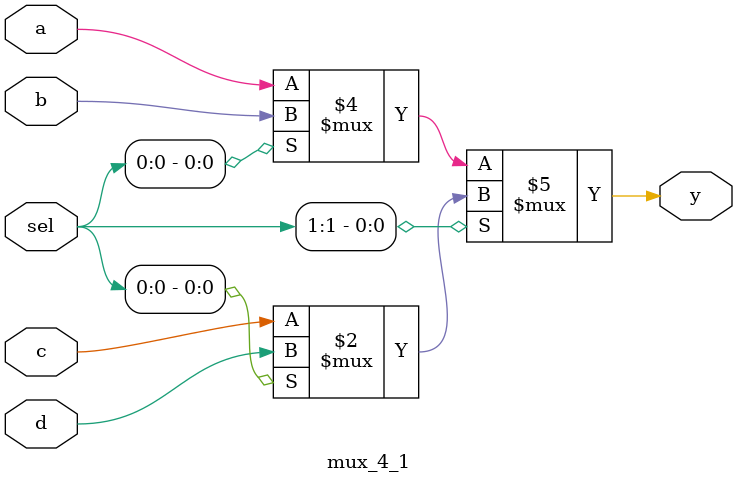
<source format=v>
module mux_4_1(
  input a, b, c, d,
  input [1: 0] sel,
  output y
);
  assign y = sel[1]? (~sel[0]? c: d): (~sel[0]? a: b);
endmodule

</source>
